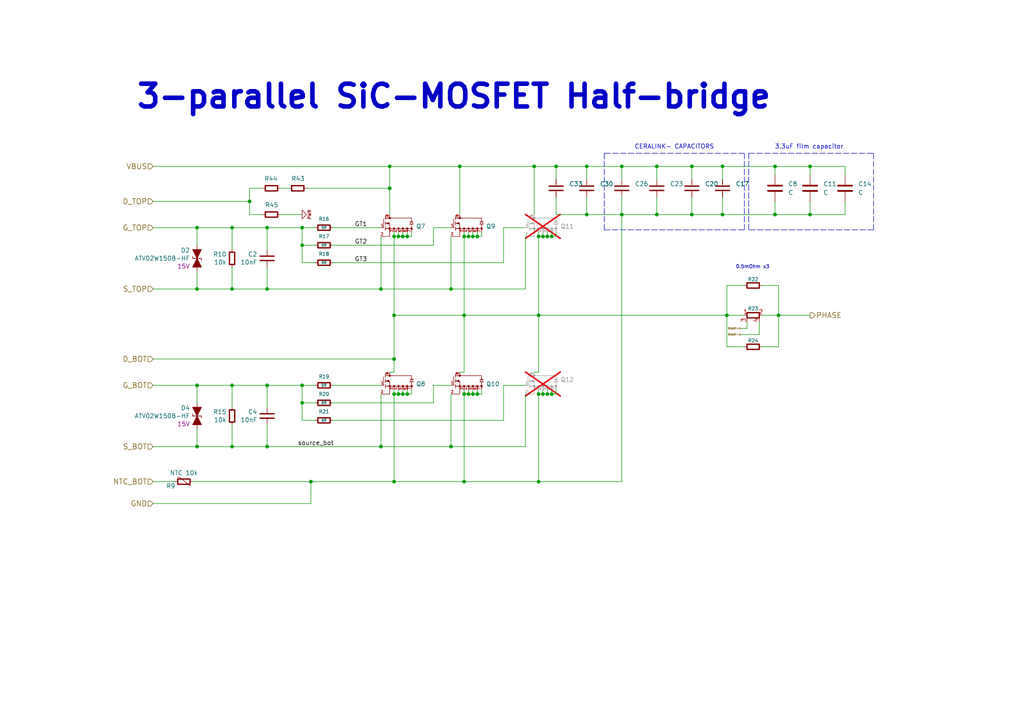
<source format=kicad_sch>
(kicad_sch (version 20231120) (generator "eeschema") (generator_version "8.0")
  (paper "A4")
  (lib_symbols
    (symbol "Device:C" (pin_numbers hide) (pin_names (offset 0.254))
      (property "Reference" "C" (at 0.635 2.54 0))
      (property "Value" "C" (at 0.635 -2.54 0))
      (symbol "C_0_1"
        (polyline (pts (xy -2.032 -0.762) (xy 2.032 -0.762)) (stroke (width 0.508)))
        (polyline (pts (xy -2.032 0.762) (xy 2.032 0.762)) (stroke (width 0.508)))
      )
      (symbol "C_1_1"
        (pin passive line (at 0 3.81 270) (length 2.794) (name "~") (number "1"))
        (pin passive line (at 0 -3.81 90) (length 2.794) (name "~") (number "2"))
      )
    )
    (symbol "SiC_ONSEMI:NTB6014N120M3P"
      (property "Reference" "Q" (at 0.254 4.064 0))
      (property "Value" "NTBG014N120M3P" (at 1.524 -9.906 0))
      (symbol "NTB6014N120M3P_0_0"
        (polyline (pts (xy -3.048 1.27) (xy -3.048 -1.27)))
        (polyline (pts (xy -2.54 -1.524) (xy -1.27 -1.524)))
        (polyline (pts (xy -2.54 -1.016) (xy -2.54 -2.032)))
        (polyline (pts (xy -2.54 -0.508) (xy -2.54 0.508)))
        (polyline (pts (xy -2.54 1.016) (xy -2.54 2.032)))
        (polyline (pts (xy -2.54 1.524) (xy -1.27 1.524) (xy -1.27 2.032)))
        (polyline (pts (xy -1.27 -2.032) (xy -1.27 0) (xy -2.54 0)))
        (polyline (pts (xy -2.286 0) (xy -1.524 -0.254) (xy -1.524 0) (xy -1.524 0.254) (xy -2.286 0)) (fill (type outline)))
        (text "" (at 5.08 -1.27 0) (effects (font (size 1.27 1.27))))
      )
      (symbol "NTB6014N120M3P_0_1"
        (circle (center -1.27 -1.524) (radius 0.254) (fill (type outline)))
        (circle (center -1.27 1.524) (radius 0.254) (fill (type outline)))
        (circle (center 0 -1.524) (radius 0.254) (fill (type outline)))
        (polyline (pts (xy -2.54 -1.524) (xy -1.27 -1.524)))
        (polyline (pts (xy -1.27 1.524) (xy -1.27 1.524)))
        (polyline (pts (xy 0 -1.905) (xy 0 -1.524)))
        (polyline (pts (xy 0 1.524) (xy -1.27 1.524)))
        (polyline (pts (xy 2.54 -1.905) (xy 2.54 -1.524)))
        (polyline (pts (xy 3.81 -1.905) (xy 3.81 -1.524)))
        (polyline (pts (xy 3.81 -1.524) (xy 3.81 -1.524)))
        (polyline (pts (xy 4.572 0.508) (xy 5.588 0.508)) (stroke (width 0.1524)))
        (polyline (pts (xy 5.08 -2.032) (xy 5.08 -1.524)))
        (polyline (pts (xy 5.08 -1.524) (xy 3.81 -1.524)))
        (polyline (pts (xy 5.08 -0.254) (xy 5.08 -1.524)) (stroke (width 0.1524)))
        (polyline (pts (xy -3.175 -3.81) (xy -1.27 -3.81) (xy -1.27 -1.905)))
        (polyline (pts (xy -1.27 -1.524) (xy 3.81 -1.524) (xy 3.81 -2.286)))
        (polyline (pts (xy -1.27 2.032) (xy -1.27 1.524) (xy -2.54 1.524)))
        (polyline (pts (xy 0 1.524) (xy 5.08 1.524) (xy 5.08 0.508)) (stroke (width 0.1524)))
        (polyline (pts (xy 4.572 -0.254) (xy 5.588 -0.254) (xy 5.08 0.508) (xy 4.572 -0.254)) (stroke (width 0.1524)))
        (circle (center 1.27 -1.524) (radius 0.254) (fill (type outline)))
        (circle (center 2.54 -1.524) (radius 0.254) (fill (type outline)))
        (circle (center 3.81 -1.524) (radius 0.254) (fill (type outline)))
        (circle (center 5.08 -1.524) (radius 0.254) (fill (type outline)))
      )
      (symbol "NTB6014N120M3P_1_1"
        (pin passive line (at -3.81 -1.27 0) (length 0.762) (name "") (number "1"))
        (pin passive line (at -3.81 -3.81 0) (length 0.635) (name "") (number "2"))
        (pin passive line (at 0 -2.54 90) (length 0.635) (name "") (number "3"))
        (pin passive line (at 1.27 -2.54 90) (length 0.635) (name "") (number "4"))
        (pin passive line (at 2.54 -2.54 90) (length 0.635) (name "") (number "5"))
        (pin passive line (at 3.81 -2.54 90) (length 0.635) (name "") (number "6"))
        (pin passive line (at 5.08 -2.54 90) (length 0.635) (name "") (number "7"))
        (pin passive line (at -1.27 2.54 270) (length 0.635) (name "") (number "8"))
      )
    )
    (symbol "VISHAY_SHUNT:WSL3921L5000FEA"
      (property "Reference" "R" (at 0 0 0))
      (property "Value" "WSL3921L5000FEA" (at 0.254 0 0))
      (symbol "WSL3921L5000FEA_0_1"
        (rectangle (start -1.778 0.762) (end 1.778 -0.762) (stroke (width 0.381)))
      )
      (symbol "WSL3921L5000FEA_1_1"
        (pin passive line (at -2.54 0 0) (length 0.635) (name "~") (number "1"))
        (pin passive line (at 2.54 0 180) (length 0.635) (name "~") (number "2"))
        (pin input line (at -1.778 -2.032 90) (length 1.27) (name "~") (number "3"))
        (pin input line (at 1.778 -2.032 90) (length 1.27) (name "~") (number "4"))
      )
    )
    (symbol "_passive:R" (pin_numbers hide) (pin_names (offset 0))
      (property "Reference" "R" (at 2.54 1.27 0))
      (property "Value" "R" (at 2.54 -1.27 0))
      (symbol "R_0_1"
        (rectangle (start -0.762 1.778) (end 0.762 -1.778) (stroke (width 0.381)))
      )
      (symbol "R_1_1"
        (pin passive line (at 0 2.54 270) (length 0.635) (name "~") (number "1"))
        (pin passive line (at 0 -2.54 90) (length 0.635) (name "~") (number "2"))
      )
    )
    (symbol "device:D_TVS_ALT" (pin_numbers hide) (pin_names (offset 1.016) hide)
      (property "Reference" "D" (at 0 2.54 0))
      (property "Value" "device_D_TVS_ALT" (at 0 -2.54 0))
      (symbol "D_TVS_ALT_0_1"
        (polyline (pts (xy 1.27 0) (xy -1.27 0)))
        (polyline (pts (xy -2.54 -1.27) (xy 0 0) (xy -2.54 1.27) (xy -2.54 -1.27)) (stroke (width 0.2032)) (fill (type outline)))
        (polyline (pts (xy 0.508 1.27) (xy 0 1.27) (xy 0 -1.27) (xy -0.508 -1.27)) (stroke (width 0.2032)))
        (polyline (pts (xy 2.54 1.27) (xy 2.54 -1.27) (xy 0 0) (xy 2.54 1.27)) (stroke (width 0.2032)) (fill (type outline)))
      )
      (symbol "D_TVS_ALT_1_1"
        (pin passive line (at -3.81 0 0) (length 2.54) (name "A1") (number "1"))
        (pin passive line (at 3.81 0 180) (length 2.54) (name "A2") (number "2"))
      )
    )
    (symbol "pasv-cap:C-0603" (pin_numbers hide) (pin_names (offset 0))
      (property "Reference" "C" (at 7.62 1.27 0))
      (property "Value" "C-0603" (at 7.62 -1.27 0))
      (symbol "C-0603_0_1"
        (polyline (pts (xy -2.032 -0.635) (xy 2.032 -0.635)) (stroke (width 0.381)))
        (polyline (pts (xy -2.032 0.635) (xy 2.032 0.635)) (stroke (width 0.381)))
        (polyline (pts (xy 0 -1.27) (xy 0 -1.016)))
        (polyline (pts (xy 0 -0.635) (xy 0 -1.016)))
        (polyline (pts (xy 0 0.635) (xy 0 1.27)))
      )
      (symbol "C-0603_1_1"
        (pin passive line (at 0 2.54 270) (length 1.27) (name "~") (number "1"))
        (pin passive line (at 0 -2.54 90) (length 1.27) (name "~") (number "2"))
      )
    )
    (symbol "pasv-cap:C-2220" (pin_numbers hide) (pin_names (offset 0))
      (property "Reference" "C" (at 7.62 1.27 0))
      (property "Value" "C-2220" (at 7.62 -1.27 0))
      (symbol "C-2220_0_1"
        (polyline (pts (xy -2.032 -0.635) (xy 2.032 -0.635)) (stroke (width 0.381)))
        (polyline (pts (xy -2.032 0.635) (xy 2.032 0.635)) (stroke (width 0.381)))
        (polyline (pts (xy 0 -1.27) (xy 0 -1.016)))
        (polyline (pts (xy 0 -0.635) (xy 0 -1.016)))
        (polyline (pts (xy 0 0.635) (xy 0 1.27)))
      )
      (symbol "C-2220_1_1"
        (pin passive line (at 0 2.54 270) (length 1.27) (name "~") (number "1"))
        (pin passive line (at 0 -2.54 90) (length 1.27) (name "~") (number "2"))
      )
    )
    (symbol "pasv-res:R-0603" (pin_numbers hide) (pin_names (offset 0))
      (property "Reference" "R" (at 6.35 1.27 0))
      (property "Value" "R-0603" (at 6.35 -1.27 0))
      (symbol "R-0603_0_1"
        (rectangle (start -0.762 1.778) (end 0.762 -1.778) (stroke (width 0.381)))
        (polyline (pts (xy 0 -1.778) (xy 0 -2.032)))
        (polyline (pts (xy 0 1.778) (xy 0 1.905)))
      )
      (symbol "R-0603_1_1"
        (pin passive line (at 0 2.54 270) (length 0.635) (name "~") (number "1"))
        (pin passive line (at 0 -2.54 90) (length 0.635) (name "~") (number "2"))
      )
    )
    (symbol "pasv-res:R-1206" (pin_numbers hide) (pin_names (offset 0))
      (property "Reference" "R" (at 6.35 1.27 0))
      (property "Value" "R-1206" (at 6.35 -1.27 0))
      (symbol "R-1206_0_1"
        (rectangle (start -0.762 1.778) (end 0.762 -1.778) (stroke (width 0.381)))
        (polyline (pts (xy 0 -1.778) (xy 0 -2.032)))
        (polyline (pts (xy 0 1.778) (xy 0 1.905)))
      )
      (symbol "R-1206_1_1"
        (pin passive line (at 0 2.54 270) (length 0.635) (name "~") (number "1"))
        (pin passive line (at 0 -2.54 90) (length 0.635) (name "~") (number "2"))
      )
    )
    (symbol "pasv-res:THERM-0603" (pin_numbers hide) (pin_names (offset 0))
      (property "Reference" "RT" (at 6.35 1.27 0))
      (property "Value" "THERM-0603" (at 6.35 -1.27 0))
      (symbol "THERM-0603_0_1"
        (rectangle (start -0.762 1.778) (end 0.762 -1.778) (stroke (width 0.381)))
        (polyline (pts (xy 0 -1.778) (xy 0 -2.032)))
        (polyline (pts (xy 0 1.778) (xy 0 1.905)))
        (polyline (pts (xy 1.27 1.905) (xy 1.27 1.27) (xy -1.27 -1.905)))
      )
      (symbol "THERM-0603_1_1"
        (pin passive line (at 0 2.54 270) (length 0.635) (name "~") (number "1"))
        (pin passive line (at 0 -2.54 90) (length 0.635) (name "~") (number "2"))
      )
    )
    (symbol "power1:PWRGND" (power) (pin_names (offset 0))
      (symbol "PWRGND_0_0"
        (text "PWR" (at 0 -2.159 0) (effects (font (size 0.889 0.889))))
      )
      (symbol "PWRGND_0_1"
        (polyline (pts (xy -1.27 0) (xy 0 -1.27) (xy 1.27 0) (xy -1.27 0)))
      )
      (symbol "PWRGND_1_1"
        (pin power_in line (at 0 0 90) (length 0) hide (name "PWRGND") (number "1"))
      )
    )
  )
  (junction (at 115.57 68.58))
  (junction (at 138.43 114.3))
  (junction (at 209.55 48.26))
  (junction (at 170.18 62.23))
  (junction (at 133.35 48.26))
  (junction (at 135.89 68.58))
  (junction (at 156.21 91.44))
  (junction (at 113.03 48.26))
  (junction (at 114.3 114.3))
  (junction (at 134.62 139.7))
  (junction (at 114.3 68.58))
  (junction (at 156.21 68.58))
  (junction (at 224.79 48.26))
  (junction (at 134.62 91.44))
  (junction (at 138.43 68.58))
  (junction (at 67.31 129.54))
  (junction (at 135.89 114.3))
  (junction (at 157.48 114.3))
  (junction (at 77.47 66.04))
  (junction (at 160.02 114.3))
  (junction (at 57.15 66.04))
  (junction (at 90.17 139.7))
  (junction (at 118.11 114.3))
  (junction (at 134.62 114.3))
  (junction (at 77.47 111.76))
  (junction (at 158.75 114.3))
  (junction (at 130.81 129.54))
  (junction (at 67.31 111.76))
  (junction (at 200.66 62.23))
  (junction (at 113.03 54.61))
  (junction (at 156.21 114.3))
  (junction (at 87.63 71.12))
  (junction (at 57.15 129.54))
  (junction (at 57.15 111.76))
  (junction (at 87.63 111.76))
  (junction (at 87.63 66.04))
  (junction (at 224.79 62.23))
  (junction (at 210.82 91.44))
  (junction (at 234.95 62.23))
  (junction (at 170.18 48.26))
  (junction (at 118.11 68.58))
  (junction (at 190.5 62.23))
  (junction (at 114.3 104.14))
  (junction (at 156.21 139.7))
  (junction (at 130.81 83.82))
  (junction (at 180.34 62.23))
  (junction (at 72.39 58.42))
  (junction (at 114.3 91.44))
  (junction (at 77.47 83.82))
  (junction (at 137.16 68.58))
  (junction (at 200.66 48.26))
  (junction (at 57.15 83.82))
  (junction (at 137.16 114.3))
  (junction (at 161.29 48.26))
  (junction (at 114.3 139.7))
  (junction (at 225.806 91.44))
  (junction (at 154.94 48.26))
  (junction (at 190.5 48.26))
  (junction (at 234.95 48.26))
  (junction (at 160.02 68.58))
  (junction (at 110.49 129.54))
  (junction (at 67.31 66.04))
  (junction (at 87.63 116.84))
  (junction (at 158.75 68.58))
  (junction (at 209.55 62.23))
  (junction (at 67.31 83.82))
  (junction (at 110.49 83.82))
  (junction (at 134.62 68.58))
  (junction (at 157.48 68.58))
  (junction (at 116.84 68.58))
  (junction (at 115.57 114.3))
  (junction (at 180.34 48.26))
  (junction (at 77.47 129.54))
  (junction (at 116.84 114.3))
  (wire (pts (xy 156.21 91.44) (xy 210.82 91.44)))
  (wire (pts (xy 110.49 68.58) (xy 110.49 83.82)))
  (wire (pts (xy 134.62 107.95) (xy 133.35 107.95)))
  (wire (pts (xy 146.05 111.76) (xy 152.4 111.76)))
  (wire (pts (xy 130.81 129.54) (xy 130.81 114.3)))
  (wire (pts (xy 67.31 129.54) (xy 77.47 129.54)))
  (wire (pts (xy 152.4 83.82) (xy 152.4 68.58)))
  (wire (pts (xy 157.48 68.58) (xy 158.75 68.58)))
  (wire (pts (xy 118.11 114.3) (xy 119.38 114.3)))
  (wire (pts (xy 114.3 67.31) (xy 114.3 68.58)))
  (wire (pts (xy 134.62 139.7) (xy 134.62 114.3)))
  (wire (pts (xy 130.81 83.82) (xy 152.4 83.82)))
  (wire (pts (xy 77.47 129.54) (xy 110.49 129.54)))
  (polyline (pts (xy 215.9 44.45) (xy 175.26 44.45)) (stroke (width 0) (type dash)))
  (wire (pts (xy 110.49 129.54) (xy 130.81 129.54)))
  (wire (pts (xy 156.21 139.7) (xy 156.21 114.3)))
  (wire (pts (xy 81.28 54.61) (xy 83.82 54.61)))
  (wire (pts (xy 67.31 83.82) (xy 77.47 83.82)))
  (wire (pts (xy 44.45 146.05) (xy 90.17 146.05)))
  (wire (pts (xy 137.16 114.3) (xy 138.43 114.3)))
  (wire (pts (xy 138.43 68.58) (xy 139.7 68.58)))
  (wire (pts (xy 161.29 62.23) (xy 170.18 62.23)))
  (wire (pts (xy 88.9 54.61) (xy 113.03 54.61)))
  (polyline (pts (xy 253.365 44.45) (xy 253.365 66.675)) (stroke (width 0) (type dash)))
  (wire (pts (xy 134.62 68.58) (xy 134.62 91.44)))
  (wire (pts (xy 170.18 62.23) (xy 180.34 62.23)))
  (wire (pts (xy 67.31 123.19) (xy 67.31 129.54)))
  (wire (pts (xy 44.45 66.04) (xy 57.15 66.04)))
  (wire (pts (xy 180.34 62.23) (xy 190.5 62.23)))
  (wire (pts (xy 158.75 113.03) (xy 158.75 114.3)))
  (wire (pts (xy 57.15 129.54) (xy 67.31 129.54)))
  (wire (pts (xy 209.55 48.26) (xy 209.55 52.07)))
  (wire (pts (xy 234.95 48.26) (xy 245.11 48.26)))
  (wire (pts (xy 134.62 68.58) (xy 135.89 68.58)))
  (wire (pts (xy 77.47 123.19) (xy 77.47 129.54)))
  (wire (pts (xy 57.15 124.46) (xy 57.15 129.54)))
  (wire (pts (xy 156.21 67.31) (xy 156.21 68.58)))
  (wire (pts (xy 114.3 114.3) (xy 114.3 139.7)))
  (wire (pts (xy 57.15 111.76) (xy 67.31 111.76)))
  (wire (pts (xy 113.03 54.61) (xy 113.03 62.23)))
  (polyline (pts (xy 253.365 66.675) (xy 217.17 66.675)) (stroke (width 0) (type dash)))
  (wire (pts (xy 210.82 91.44) (xy 210.82 100.584)))
  (wire (pts (xy 134.62 67.31) (xy 134.62 68.58)))
  (wire (pts (xy 91.44 116.84) (xy 87.63 116.84)))
  (wire (pts (xy 137.16 113.03) (xy 137.16 114.3)))
  (wire (pts (xy 161.29 68.58) (xy 161.29 67.31)))
  (wire (pts (xy 209.55 57.15) (xy 209.55 62.23)))
  (wire (pts (xy 245.11 48.26) (xy 245.11 50.8)))
  (wire (pts (xy 135.89 68.58) (xy 135.89 67.31)))
  (wire (pts (xy 87.63 71.12) (xy 87.63 66.04)))
  (wire (pts (xy 209.55 62.23) (xy 224.79 62.23)))
  (wire (pts (xy 135.89 68.58) (xy 137.16 68.58)))
  (wire (pts (xy 44.45 104.14) (xy 114.3 104.14)))
  (wire (pts (xy 115.57 114.3) (xy 116.84 114.3)))
  (polyline (pts (xy 217.17 44.45) (xy 217.17 66.675)) (stroke (width 0) (type dash)))
  (wire (pts (xy 137.16 68.58) (xy 138.43 68.58)))
  (wire (pts (xy 44.45 48.26) (xy 113.03 48.26)))
  (wire (pts (xy 114.3 68.58) (xy 114.3 91.44)))
  (wire (pts (xy 87.63 76.2) (xy 87.63 71.12)))
  (wire (pts (xy 157.48 67.31) (xy 157.48 68.58)))
  (wire (pts (xy 77.47 111.76) (xy 87.63 111.76)))
  (wire (pts (xy 67.31 111.76) (xy 67.31 118.11)))
  (wire (pts (xy 139.7 114.3) (xy 139.7 113.03)))
  (wire (pts (xy 118.11 113.03) (xy 118.11 114.3)))
  (wire (pts (xy 180.34 62.23) (xy 180.34 139.7)))
  (wire (pts (xy 114.3 113.03) (xy 114.3 114.3)))
  (wire (pts (xy 157.48 113.03) (xy 157.48 114.3)))
  (wire (pts (xy 190.5 57.15) (xy 190.5 62.23)))
  (wire (pts (xy 200.66 48.26) (xy 200.66 52.07)))
  (wire (pts (xy 234.95 48.26) (xy 234.95 50.8)))
  (wire (pts (xy 72.39 54.61) (xy 76.2 54.61)))
  (wire (pts (xy 234.95 62.23) (xy 245.11 62.23)))
  (wire (pts (xy 115.57 68.58) (xy 115.57 67.31)))
  (wire (pts (xy 119.38 114.3) (xy 119.38 113.03)))
  (wire (pts (xy 200.66 62.23) (xy 209.55 62.23)))
  (wire (pts (xy 209.55 48.26) (xy 224.79 48.26)))
  (wire (pts (xy 139.7 68.58) (xy 139.7 67.31)))
  (wire (pts (xy 125.73 71.12) (xy 125.73 66.04)))
  (wire (pts (xy 216.662 95.25) (xy 216.662 93.472)))
  (wire (pts (xy 160.02 114.3) (xy 161.29 114.3)))
  (wire (pts (xy 156.21 91.44) (xy 156.21 107.95)))
  (wire (pts (xy 134.62 114.3) (xy 135.89 114.3)))
  (wire (pts (xy 91.44 76.2) (xy 87.63 76.2)))
  (wire (pts (xy 161.29 48.26) (xy 161.29 52.07)))
  (wire (pts (xy 214.884 97.028) (xy 220.218 97.028)))
  (wire (pts (xy 87.63 116.84) (xy 87.63 111.76)))
  (wire (pts (xy 158.75 68.58) (xy 160.02 68.58)))
  (wire (pts (xy 156.21 113.03) (xy 156.21 114.3)))
  (wire (pts (xy 57.15 111.76) (xy 57.15 116.84)))
  (wire (pts (xy 72.39 58.42) (xy 72.39 62.23)))
  (wire (pts (xy 90.17 146.05) (xy 90.17 139.7)))
  (wire (pts (xy 96.52 121.92) (xy 146.05 121.92)))
  (wire (pts (xy 114.3 139.7) (xy 134.62 139.7)))
  (wire (pts (xy 156.21 68.58) (xy 156.21 91.44)))
  (wire (pts (xy 220.98 82.804) (xy 225.806 82.804)))
  (wire (pts (xy 225.806 91.44) (xy 234.95 91.44)))
  (wire (pts (xy 96.52 71.12) (xy 125.73 71.12)))
  (wire (pts (xy 220.98 100.584) (xy 225.806 100.584)))
  (wire (pts (xy 91.44 121.92) (xy 87.63 121.92)))
  (wire (pts (xy 114.3 91.44) (xy 114.3 104.14)))
  (wire (pts (xy 138.43 113.03) (xy 138.43 114.3)))
  (wire (pts (xy 146.05 76.2) (xy 146.05 66.04)))
  (wire (pts (xy 110.49 83.82) (xy 130.81 83.82)))
  (wire (pts (xy 114.3 91.44) (xy 134.62 91.44)))
  (wire (pts (xy 96.52 116.84) (xy 125.73 116.84)))
  (wire (pts (xy 224.79 48.26) (xy 224.79 50.8)))
  (wire (pts (xy 245.11 62.23) (xy 245.11 58.42)))
  (wire (pts (xy 161.29 48.26) (xy 170.18 48.26)))
  (wire (pts (xy 96.52 66.04) (xy 110.49 66.04)))
  (wire (pts (xy 156.21 68.58) (xy 157.48 68.58)))
  (wire (pts (xy 44.45 139.7) (xy 50.8 139.7)))
  (wire (pts (xy 134.62 113.03) (xy 134.62 114.3)))
  (wire (pts (xy 119.38 68.58) (xy 119.38 67.31)))
  (polyline (pts (xy 175.26 44.45) (xy 175.26 66.675)) (stroke (width 0) (type dash)))
  (wire (pts (xy 57.15 83.82) (xy 67.31 83.82)))
  (wire (pts (xy 133.35 62.23) (xy 133.35 48.26)))
  (wire (pts (xy 96.52 76.2) (xy 146.05 76.2)))
  (wire (pts (xy 234.95 62.23) (xy 234.95 58.42)))
  (wire (pts (xy 44.45 129.54) (xy 57.15 129.54)))
  (wire (pts (xy 158.75 67.31) (xy 158.75 68.58)))
  (wire (pts (xy 90.17 139.7) (xy 114.3 139.7)))
  (wire (pts (xy 67.31 77.47) (xy 67.31 83.82)))
  (wire (pts (xy 57.15 66.04) (xy 67.31 66.04)))
  (wire (pts (xy 225.806 82.804) (xy 225.806 91.44)))
  (wire (pts (xy 118.11 68.58) (xy 119.38 68.58)))
  (wire (pts (xy 190.5 48.26) (xy 200.66 48.26)))
  (wire (pts (xy 156.21 139.7) (xy 180.34 139.7)))
  (wire (pts (xy 77.47 66.04) (xy 77.47 72.39)))
  (wire (pts (xy 116.84 68.58) (xy 116.84 67.31)))
  (wire (pts (xy 118.11 68.58) (xy 118.11 67.31)))
  (wire (pts (xy 138.43 114.3) (xy 139.7 114.3)))
  (wire (pts (xy 55.88 139.7) (xy 90.17 139.7)))
  (wire (pts (xy 138.43 67.31) (xy 138.43 68.58)))
  (wire (pts (xy 154.94 107.95) (xy 156.21 107.95)))
  (wire (pts (xy 114.3 107.95) (xy 113.03 107.95)))
  (wire (pts (xy 146.05 121.92) (xy 146.05 111.76)))
  (wire (pts (xy 134.62 91.44) (xy 156.21 91.44)))
  (wire (pts (xy 160.02 68.58) (xy 161.29 68.58)))
  (wire (pts (xy 170.18 48.26) (xy 180.34 48.26)))
  (wire (pts (xy 81.28 62.23) (xy 87.63 62.23)))
  (wire (pts (xy 170.18 57.15) (xy 170.18 62.23)))
  (wire (pts (xy 57.15 66.04) (xy 57.15 71.12)))
  (wire (pts (xy 130.81 83.82) (xy 130.81 68.58)))
  (wire (pts (xy 72.39 62.23) (xy 76.2 62.23)))
  (wire (pts (xy 91.44 71.12) (xy 87.63 71.12)))
  (polyline (pts (xy 217.17 44.45) (xy 253.365 44.45)) (stroke (width 0) (type dash)))
  (wire (pts (xy 134.62 139.7) (xy 156.21 139.7)))
  (wire (pts (xy 72.39 54.61) (xy 72.39 58.42)))
  (wire (pts (xy 152.4 129.54) (xy 152.4 114.3)))
  (wire (pts (xy 87.63 111.76) (xy 91.44 111.76)))
  (wire (pts (xy 224.79 58.42) (xy 224.79 62.23)))
  (wire (pts (xy 116.84 114.3) (xy 118.11 114.3)))
  (wire (pts (xy 210.82 82.804) (xy 210.82 91.44)))
  (wire (pts (xy 116.84 68.58) (xy 118.11 68.58)))
  (polyline (pts (xy 215.9 44.45) (xy 215.9 66.675)) (stroke (width 0) (type dash)))
  (wire (pts (xy 77.47 77.47) (xy 77.47 83.82)))
  (wire (pts (xy 137.16 67.31) (xy 137.16 68.58)))
  (wire (pts (xy 77.47 83.82) (xy 110.49 83.82)))
  (wire (pts (xy 156.21 114.3) (xy 157.48 114.3)))
  (wire (pts (xy 115.57 68.58) (xy 116.84 68.58)))
  (wire (pts (xy 158.75 114.3) (xy 160.02 114.3)))
  (wire (pts (xy 114.3 114.3) (xy 115.57 114.3)))
  (wire (pts (xy 200.66 48.26) (xy 209.55 48.26)))
  (wire (pts (xy 161.29 57.15) (xy 161.29 62.23)))
  (wire (pts (xy 180.34 57.15) (xy 180.34 62.23)))
  (wire (pts (xy 67.31 111.76) (xy 77.47 111.76)))
  (wire (pts (xy 134.62 91.44) (xy 134.62 107.95)))
  (wire (pts (xy 125.73 111.76) (xy 130.81 111.76)))
  (wire (pts (xy 180.34 48.26) (xy 180.34 52.07)))
  (wire (pts (xy 87.63 66.04) (xy 91.44 66.04)))
  (wire (pts (xy 160.02 113.03) (xy 160.02 114.3)))
  (wire (pts (xy 190.5 48.26) (xy 190.5 52.07)))
  (wire (pts (xy 180.34 48.26) (xy 190.5 48.26)))
  (wire (pts (xy 96.52 111.76) (xy 110.49 111.76)))
  (wire (pts (xy 210.82 100.584) (xy 215.9 100.584)))
  (wire (pts (xy 190.5 62.23) (xy 200.66 62.23)))
  (wire (pts (xy 224.79 48.26) (xy 234.95 48.26)))
  (wire (pts (xy 115.57 113.03) (xy 115.57 114.3)))
  (wire (pts (xy 160.02 67.31) (xy 160.02 68.58)))
  (wire (pts (xy 44.45 83.82) (xy 57.15 83.82)))
  (wire (pts (xy 154.94 48.26) (xy 161.29 48.26)))
  (wire (pts (xy 113.03 48.26) (xy 113.03 54.61)))
  (wire (pts (xy 77.47 66.04) (xy 87.63 66.04)))
  (wire (pts (xy 114.3 104.14) (xy 114.3 107.95)))
  (wire (pts (xy 44.45 111.76) (xy 57.15 111.76)))
  (wire (pts (xy 220.98 91.44) (xy 225.806 91.44)))
  (wire (pts (xy 87.63 121.92) (xy 87.63 116.84)))
  (wire (pts (xy 125.73 66.04) (xy 130.81 66.04)))
  (wire (pts (xy 157.48 114.3) (xy 158.75 114.3)))
  (wire (pts (xy 125.73 116.84) (xy 125.73 111.76)))
  (wire (pts (xy 146.05 66.04) (xy 152.4 66.04)))
  (wire (pts (xy 135.89 114.3) (xy 137.16 114.3)))
  (wire (pts (xy 220.218 97.028) (xy 220.218 93.472)))
  (wire (pts (xy 214.884 95.25) (xy 216.662 95.25)))
  (wire (pts (xy 154.94 48.26) (xy 154.94 62.23)))
  (wire (pts (xy 130.81 129.54) (xy 152.4 129.54)))
  (wire (pts (xy 210.82 91.44) (xy 215.9 91.44)))
  (wire (pts (xy 225.806 100.584) (xy 225.806 91.44)))
  (wire (pts (xy 133.35 48.26) (xy 113.03 48.26)))
  (wire (pts (xy 224.79 62.23) (xy 234.95 62.23)))
  (wire (pts (xy 67.31 66.04) (xy 77.47 66.04)))
  (wire (pts (xy 116.84 113.03) (xy 116.84 114.3)))
  (wire (pts (xy 110.49 114.3) (xy 110.49 129.54)))
  (polyline (pts (xy 175.26 66.675) (xy 215.9 66.675)) (stroke (width 0) (type dash)))
  (wire (pts (xy 77.47 111.76) (xy 77.47 118.11)))
  (wire (pts (xy 114.3 68.58) (xy 115.57 68.58)))
  (wire (pts (xy 44.45 58.42) (xy 72.39 58.42)))
  (wire (pts (xy 210.82 82.804) (xy 215.9 82.804)))
  (wire (pts (xy 57.15 78.74) (xy 57.15 83.82)))
  (wire (pts (xy 200.66 57.15) (xy 200.66 62.23)))
  (wire (pts (xy 133.35 48.26) (xy 154.94 48.26)))
  (wire (pts (xy 161.29 114.3) (xy 161.29 113.03)))
  (wire (pts (xy 135.89 113.03) (xy 135.89 114.3)))
  (wire (pts (xy 67.31 66.04) (xy 67.31 72.39)))
  (wire (pts (xy 170.18 48.26) (xy 170.18 52.07)))
  (text "3-parallel SiC-MOSFET Half-bridge" (at 39.116 32.004 0) (effects (font (size 6.604 6.604) (thickness 1.3208) (bold yes)) (justify left bottom)))
  (text "3.3uF film capacitor\n" (at 234.696 42.672 0) (effects (font (size 1.27 1.27))))
  (text "CERALINK- CAPACITORS\n" (at 195.58 42.672 0) (effects (font (size 1.27 1.27))))
  (text "0.5mOhm x3\n" (at 213.36 78.105 0) (effects (font (size 1.016 1.016)) (justify left bottom)))
  (label "source_bot" (at 86.36 129.54 0))
  (label "GT3" (at 102.87 76.2 0))
  (label "GT1" (at 102.87 66.04 0))
  (label "GT2" (at 102.87 71.12 0))
  (hierarchical_label "G_BOT" (shape input) (at 44.45 111.76 180) (effects (font (size 1.524 1.524))))
  (hierarchical_label "NTC_BOT" (shape input) (at 44.45 139.7 180) (effects (font (size 1.524 1.524))))
  (hierarchical_label "D_BOT" (shape input) (at 44.45 104.14 180) (effects (font (size 1.524 1.524))))
  (hierarchical_label "G_TOP" (shape input) (at 44.45 66.04 180) (effects (font (size 1.524 1.524))))
  (hierarchical_label "SHUNT+" (shape input) (at 214.884 95.25 180) (effects (font (size 0.5 0.5))))
  (hierarchical_label "D_TOP" (shape input) (at 44.45 58.42 180) (effects (font (size 1.524 1.524))))
  (hierarchical_label "S_BOT" (shape input) (at 44.45 129.54 180) (effects (font (size 1.524 1.524))))
  (hierarchical_label "GND" (shape input) (at 44.45 146.05 180) (effects (font (size 1.524 1.524))))
  (hierarchical_label "S_TOP" (shape input) (at 44.45 83.82 180) (effects (font (size 1.524 1.524))))
  (hierarchical_label "PHASE" (shape output) (at 234.95 91.44 0) (effects (font (size 1.524 1.524))))
  (hierarchical_label "VBUS" (shape input) (at 44.45 48.26 180) (effects (font (size 1.524 1.524))))
  (hierarchical_label "SHUNT-" (shape input) (at 214.884 97.028 180) (effects (font (size 0.5 0.5))))
  (symbol (lib_id "pasv-res:R-1206") (at 86.36 54.61 90) (unit 1)
    (property "Reference" "R43" (at 88.392 51.816 90) (effects (justify left)))
    (property "Value" "R-1206" (effects (hide yes)))
    (property "Footprint" "IPC7351-Nominal:RESC3216X60" (effects (hide yes)))
    (property "Description" "Chip resistor, EIA 1206, metric 3216" (effects (hide yes)))
    (property "BOM" "RES SMD 1k 5% [1206]" (effects (hide yes)))
    (instances (project "Sic_power_stage" (path "" (reference "R43") (unit 1)) (path "" (reference "R37") (unit 1)) (path "" (reference "R49") (unit 1))))
  )
  (symbol (lib_id "_passive:R") (at 218.44 100.584 90) (unit 1)
    (property "Reference" "R24" (at 218.44 98.806 90) (effects (font (size 1.016 1.016))))
    (property "Value" "500UOhm" (effects (hide yes)))
    (property "Footprint" "paltatech:VISHAY-WSL3921L5000FEA" (effects (hide yes)))
    (property "BOM" "RES SMD 0.5mOhm 1% [2512]" (effects (hide yes)))
    (property "MFR" "Vishay" (effects (hide yes)))
    (property "MPN" "WSLP3921L5000FEA" (effects (hide yes)))
    (property "Power" "9W" (effects (hide yes)))
    (instances (project "Sic_power_stage" (path "" (reference "R24") (unit 1)) (path "" (reference "R8") (unit 1)) (path "" (reference "R36") (unit 1))))
  )
  (symbol (lib_id "Device:C") (at 224.79 54.61 0) (unit 1)
    (property "Reference" "C8" (at 228.6 53.3399 0) (effects (justify left)))
    (property "Value" "C" (at 228.6 55.8799 0) (effects (justify left)))
    (property "Footprint" "Capacitor_THT:C_Rect_L18.0mm_W9.0mm_P15.00mm_FKS3_FKP3" (effects (hide yes)))
    (property "Description" "Unpolarized capacitor" (effects (hide yes)))
    (instances (project "" (path "" (reference "C8") (unit 1)) (path "" (reference "C7") (unit 1)) (path "" (reference "C9") (unit 1))))
  )
  (symbol (lib_id "pasv-res:THERM-0603") (at 53.34 139.7 90) (unit 1)
    (property "Reference" "R9" (at 49.53 140.97 90))
    (property "Value" "NTC 10k" (at 53.34 137.16 90))
    (property "Footprint" "IPC7351-Nominal:RESC1608X50" (effects (hide yes)))
    (property "MPN" "NCU18XH103F60RB" (effects (hide yes)))
    (property "BOM" "NTC SMD 10k 1% [0603]" (effects (hide yes)))
    (property "MFR" "Murata" (effects (hide yes)))
    (instances (project "Sic_power_stage" (path "" (reference "R9") (unit 1)) (path "" (reference "R5") (unit 1)) (path "" (reference "R25") (unit 1))))
  )
  (symbol (lib_id "pasv-cap:C-2220") (at 209.55 54.61 0) (unit 1)
    (property "Reference" "C17" (at 213.36 53.3399 0) (effects (justify left)))
    (property "Value" "C-2220" (effects (hide yes)))
    (property "Footprint" "IPC7351-Nominal:CAPC5750X279" (effects (hide yes)))
    (property "Description" "Chip capacitor, EIA 2220, metric 5750" (effects (hide yes)))
    (instances (project "" (path "" (reference "C17") (unit 1)) (path "" (reference "C16") (unit 1)) (path "" (reference "C18") (unit 1))))
  )
  (symbol (lib_id "pasv-res:R-1206") (at 78.74 54.61 90) (unit 1)
    (property "Reference" "R44" (at 80.518 51.816 90) (effects (justify left)))
    (property "Value" "R-1206" (effects (hide yes)))
    (property "Footprint" "IPC7351-Nominal:RESC3216X60" (effects (hide yes)))
    (property "Description" "Chip resistor, EIA 1206, metric 3216" (effects (hide yes)))
    (property "BOM" "RES SMD 1k 5% [1206]" (effects (hide yes)))
    (instances (project "Sic_power_stage" (path "" (reference "R44") (unit 1)) (path "" (reference "R38") (unit 1)) (path "" (reference "R50") (unit 1))))
  )
  (symbol (lib_id "device:D_TVS_ALT") (at 57.15 120.65 270) (unit 1)
    (property "Reference" "D4" (at 55.118 118.3386 90) (effects (justify right)))
    (property "Value" "ATV02W150B-HF" (at 55.118 120.65 90) (effects (justify right)))
    (property "Footprint" "smd-semi:SOD-123F" (effects (hide yes)))
    (property "MPN" "ATV02W150B-HF" (effects (hide yes)))
    (property "MFR" "Comchip" (effects (hide yes)))
    (property "Voltage" "15V" (at 55.118 122.9614 90) (effects (justify right)))
    (property "BOM" "TVS DIODE 15VWM 24.4VC SOD123F" (effects (hide yes)))
    (instances (project "Sic_power_stage" (path "" (reference "D4") (unit 1)) (path "" (reference "D3") (unit 1)) (path "" (reference "D6") (unit 1))))
  )
  (symbol (lib_id "pasv-res:R-0603") (at 93.98 71.12 90) (mirror x) (unit 1)
    (property "Reference" "R17" (at 93.98 68.58 90) (effects (font (size 1.016 1.016))))
    (property "Value" "0R" (at 93.98 71.12 90) (effects (font (size 0.762 0.762))))
    (property "Footprint" "IPC7351-Nominal:RESC1608X50" (effects (hide yes)))
    (property "MFR" "Stackpole" (effects (hide yes)))
    (property "MPN" "RMCF0603ZT0R00" (effects (hide yes)))
    (property "BOM" "RES 0 OHM JUMPER 1/10W 0603" (effects (hide yes)))
    (property "Power" "100mW" (effects (hide yes)))
    (instances (project "Sic_power_stage" (path "" (reference "R17") (unit 1)) (path "" (reference "R2") (unit 1)) (path "" (reference "R29") (unit 1))))
  )
  (symbol (lib_id "pasv-cap:C-2220") (at 170.18 54.61 0) (unit 1)
    (property "Reference" "C29" (at 173.99 53.3399 0) (effects (justify left)))
    (property "Value" "C-2220" (effects (hide yes)))
    (property "Footprint" "IPC7351-Nominal:CAPC5750X279" (effects (hide yes)))
    (property "Description" "Chip capacitor, EIA 2220, metric 5750" (effects (hide yes)))
    (instances (project "Sic_power_stage" (path "" (reference "C30") (unit 1)) (path "" (reference "C29") (unit 1)) (path "" (reference "C31") (unit 1))))
  )
  (symbol (lib_id "pasv-res:R-0603") (at 93.98 116.84 90) (mirror x) (unit 1)
    (property "Reference" "R20" (at 93.98 114.3 90) (effects (font (size 1.016 1.016))))
    (property "Value" "0R" (at 93.98 116.84 90) (effects (font (size 0.762 0.762))))
    (property "Footprint" "IPC7351-Nominal:RESC1608X50" (effects (hide yes)))
    (property "MFR" "Stackpole" (effects (hide yes)))
    (property "MPN" "RMCF0603ZT0R00" (effects (hide yes)))
    (property "BOM" "RES 0 OHM JUMPER 1/10W 0603" (effects (hide yes)))
    (property "Power" "100mW" (effects (hide yes)))
    (instances (project "Sic_power_stage" (path "" (reference "R20") (unit 1)) (path "" (reference "R13") (unit 1)) (path "" (reference "R32") (unit 1))))
  )
  (symbol (lib_id "SiC_ONSEMI:NTB6014N120M3P") (at 114.3 110.49 0) (unit 1)
    (property "Reference" "Q8" (at 120.65 111.3789 0) (effects (justify left)))
    (property "Value" "NTBG014N120M3P" (effects (hide yes)))
    (property "Footprint" "SiC_ONSEMI:D2PAK-7L" (effects (hide yes)))
    (instances (project "Sic_power_stage" (path "" (reference "Q8") (unit 1)) (path "" (reference "Q2") (unit 1)) (path "" (reference "Q14") (unit 1))))
  )
  (symbol (lib_id "pasv-res:R-0603") (at 93.98 66.04 90) (mirror x) (unit 1)
    (property "Reference" "R16" (at 93.98 63.5 90) (effects (font (size 1.016 1.016))))
    (property "Value" "0R" (at 93.98 66.04 90) (effects (font (size 0.762 0.762))))
    (property "Footprint" "IPC7351-Nominal:RESC1608X50" (effects (hide yes)))
    (property "MFR" "Stackpole" (effects (hide yes)))
    (property "MPN" "RMCF0603ZT0R00" (effects (hide yes)))
    (property "BOM" "RES 0 OHM JUMPER 1/10W 0603" (effects (hide yes)))
    (property "Power" "100mW" (effects (hide yes)))
    (instances (project "Sic_power_stage" (path "" (reference "R16") (unit 1)) (path "" (reference "R1") (unit 1)) (path "" (reference "R28") (unit 1))))
  )
  (symbol (lib_id "pasv-res:R-1206") (at 78.74 62.23 90) (unit 1)
    (property "Reference" "R45" (at 80.772 59.436 90) (effects (justify left)))
    (property "Value" "R-1206" (effects (hide yes)))
    (property "Footprint" "IPC7351-Nominal:RESC3216X60" (effects (hide yes)))
    (property "Description" "Chip resistor, EIA 1206, metric 3216" (effects (hide yes)))
    (property "BOM" "RES SMD 1k 5% [1206]" (effects (hide yes)))
    (instances (project "Sic_power_stage" (path "" (reference "R45") (unit 1)) (path "" (reference "R39") (unit 1)) (path "" (reference "R51") (unit 1))))
  )
  (symbol (lib_id "pasv-cap:C-2220") (at 180.34 54.61 0) (unit 1)
    (property "Reference" "C26" (at 184.15 53.3399 0) (effects (justify left)))
    (property "Value" "C-2220" (effects (hide yes)))
    (property "Footprint" "IPC7351-Nominal:CAPC5750X279" (effects (hide yes)))
    (property "Description" "Chip capacitor, EIA 2220, metric 5750" (effects (hide yes)))
    (instances (project "Sic_power_stage" (path "" (reference "C26") (unit 1)) (path "" (reference "C25") (unit 1)) (path "" (reference "C27") (unit 1))))
  )
  (symbol (lib_id "power1:PWRGND") (at 87.63 62.23 90) (mirror x) (unit 1)
    (property "Reference" "#PWR019" (effects (hide yes)))
    (property "Value" "PWRGND" (effects (hide yes)))
    (instances (project "Sic_power_stage" (path "" (reference "#PWR019") (unit 1)) (path "" (reference "#PWR018") (unit 1)) (path "" (reference "#PWR020") (unit 1))))
  )
  (symbol (lib_id "VISHAY_SHUNT:WSL3921L5000FEA") (at 218.44 91.44 0) (unit 1)
    (property "Reference" "R23" (at 218.44 89.5099 0) (effects (font (size 1 1))))
    (property "Value" "500UOhm" (effects (hide yes)))
    (property "Footprint" "VISHAY:WSL3921L5000FEA" (effects (hide yes)))
    (property "BOM" "RES SMD 0.5mOhm 1% [2512]" (effects (hide yes)))
    (property "MFR" "Vishay" (effects (hide yes)))
    (property "MPN" "WSLP3921L5000FEA" (effects (hide yes)))
    (property "Power" "9W" (effects (hide yes)))
    (instances (project "Sic_power_stage" (path "" (reference "R23") (unit 1)) (path "" (reference "R7") (unit 1)) (path "" (reference "R35") (unit 1))))
  )
  (symbol (lib_id "pasv-cap:C-0603") (at 77.47 120.65 0) (unit 1)
    (property "Reference" "C4" (at 74.6252 119.4816 0) (effects (justify right)))
    (property "Value" "10nF" (at 74.6252 121.793 0) (effects (justify right)))
    (property "Footprint" "IPC7351-Nominal:CAPC1608X55" (effects (hide yes)))
    (property "BOM" "CAP CER 10000PF 50V X7R 0603" (effects (hide yes)))
    (property "MPN" "C1608X7R1H103K080AA" (effects (hide yes)))
    (property "MFR" "TDK" (effects (hide yes)))
    (property "Voltage" "50V" (effects (hide yes)))
    (instances (project "Sic_power_stage" (path "" (reference "C4") (unit 1)) (path "" (reference "C3") (unit 1)) (path "" (reference "C6") (unit 1))))
  )
  (symbol (lib_id "Device:C") (at 245.11 54.61 0) (unit 1)
    (property "Reference" "C14" (at 248.92 53.3399 0) (effects (justify left)))
    (property "Value" "C" (at 248.92 55.8799 0) (effects (justify left)))
    (property "Footprint" "Capacitor_THT:C_Rect_L18.0mm_W9.0mm_P15.00mm_FKS3_FKP3" (effects (hide yes)))
    (property "Description" "Unpolarized capacitor" (effects (hide yes)))
    (instances (project "Sic_power_stage" (path "" (reference "C14") (unit 1)) (path "" (reference "C13") (unit 1)) (path "" (reference "C15") (unit 1))))
  )
  (symbol (lib_id "pasv-res:R-0603") (at 93.98 76.2 90) (mirror x) (unit 1)
    (property "Reference" "R18" (at 93.98 73.66 90) (effects (font (size 1.016 1.016))))
    (property "Value" "0R" (at 93.98 76.2 90) (effects (font (size 0.762 0.762))))
    (property "Footprint" "IPC7351-Nominal:RESC1608X50" (effects (hide yes)))
    (property "MFR" "Stackpole" (effects (hide yes)))
    (property "MPN" "RMCF0603ZT0R00" (effects (hide yes)))
    (property "BOM" "RES 0 OHM JUMPER 1/10W 0603" (effects (hide yes)))
    (property "Power" "100mW" (effects (hide yes)))
    (instances (project "Sic_power_stage" (path "" (reference "R18") (unit 1)) (path "" (reference "R3") (unit 1)) (path "" (reference "R30") (unit 1))))
  )
  (symbol (lib_id "SiC_ONSEMI:NTB6014N120M3P") (at 134.62 110.49 0) (unit 1)
    (property "Reference" "Q10" (at 140.97 111.3789 0) (effects (justify left)))
    (property "Value" "NTBG014N120M3P" (effects (hide yes)))
    (property "Footprint" "SiC_ONSEMI:D2PAK-7L" (effects (hide yes)))
    (instances (project "Sic_power_stage" (path "" (reference "Q10") (unit 1)) (path "" (reference "Q4") (unit 1)) (path "" (reference "Q16") (unit 1))))
  )
  (symbol (lib_id "pasv-cap:C-2220") (at 190.5 54.61 0) (unit 1)
    (property "Reference" "C23" (at 194.31 53.3399 0) (effects (justify left)))
    (property "Value" "C-2220" (effects (hide yes)))
    (property "Footprint" "IPC7351-Nominal:CAPC5750X279" (effects (hide yes)))
    (property "Description" "Chip capacitor, EIA 2220, metric 5750" (effects (hide yes)))
    (instances (project "Sic_power_stage" (path "" (reference "C23") (unit 1)) (path "" (reference "C22") (unit 1)) (path "" (reference "C24") (unit 1))))
  )
  (symbol (lib_id "pasv-cap:C-2220") (at 200.66 54.61 0) (unit 1)
    (property "Reference" "C20" (at 204.47 53.3399 0) (effects (justify left)))
    (property "Value" "C-2220" (effects (hide yes)))
    (property "Footprint" "IPC7351-Nominal:CAPC5750X279" (effects (hide yes)))
    (property "Description" "Chip capacitor, EIA 2220, metric 5750" (effects (hide yes)))
    (instances (project "Sic_power_stage" (path "" (reference "C20") (unit 1)) (path "" (reference "C19") (unit 1)) (path "" (reference "C21") (unit 1))))
  )
  (symbol (lib_id "SiC_ONSEMI:NTB6014N120M3P") (at 156.21 110.49 0) (unit 1) (dnp yes)
    (property "Reference" "Q12" (at 162.56 110.1089 0) (effects (justify left)))
    (property "Value" "NTBG014N120M3P" (effects (hide yes)))
    (property "Footprint" "SiC_ONSEMI:D2PAK-7L" (effects (hide yes)))
    (instances (project "Sic_power_stage" (path "" (reference "Q12") (unit 1)) (path "" (reference "Q6") (unit 1)) (path "" (reference "Q18") (unit 1))))
  )
  (symbol (lib_id "pasv-res:R-0603") (at 67.31 74.93 0) (mirror y) (unit 1)
    (property "Reference" "R10" (at 65.7098 73.7616 0) (effects (justify left)))
    (property "Value" "10k" (at 65.7098 76.073 0) (effects (justify left)))
    (property "Footprint" "IPC7351-Nominal:RESC1608X50" (effects (hide yes)))
    (property "MFR" "Vishay" (effects (hide yes)))
    (property "MPN" "AC0603FR-0710KL" (effects (hide yes)))
    (property "BOM" "RES SMD 10k 1% [0603]" (effects (hide yes)))
    (property "Power" "100mW" (effects (hide yes)))
    (instances (project "Sic_power_stage" (path "" (reference "R10") (unit 1)) (path "" (reference "R4") (unit 1)) (path "" (reference "R26") (unit 1))))
  )
  (symbol (lib_id "_passive:R") (at 218.44 82.804 90) (unit 1)
    (property "Reference" "R22" (at 218.44 81.026 90) (effects (font (size 1.016 1.016))))
    (property "Value" "500UOhm" (effects (hide yes)))
    (property "Footprint" "paltatech:VISHAY-WSL3921L5000FEA" (effects (hide yes)))
    (property "BOM" "RES SMD 0.5mOhm 1% [2512]" (effects (hide yes)))
    (property "MFR" "Vishay" (effects (hide yes)))
    (property "MPN" "WSLP3921L5000FEA" (effects (hide yes)))
    (property "Power" "9W" (effects (hide yes)))
    (instances (project "Sic_power_stage" (path "" (reference "R22") (unit 1)) (path "" (reference "R6") (unit 1)) (path "" (reference "R34") (unit 1))))
  )
  (symbol (lib_id "Device:C") (at 234.95 54.61 0) (unit 1)
    (property "Reference" "C11" (at 238.76 53.3399 0) (effects (justify left)))
    (property "Value" "C" (at 238.76 55.8799 0) (effects (justify left)))
    (property "Footprint" "Capacitor_THT:C_Rect_L18.0mm_W9.0mm_P15.00mm_FKS3_FKP3" (effects (hide yes)))
    (property "Description" "Unpolarized capacitor" (effects (hide yes)))
    (instances (project "Sic_power_stage" (path "" (reference "C11") (unit 1)) (path "" (reference "C10") (unit 1)) (path "" (reference "C12") (unit 1))))
  )
  (symbol (lib_id "pasv-res:R-0603") (at 67.31 120.65 0) (mirror y) (unit 1)
    (property "Reference" "R15" (at 65.7098 119.4816 0) (effects (justify left)))
    (property "Value" "10k" (at 65.7098 121.793 0) (effects (justify left)))
    (property "Footprint" "IPC7351-Nominal:RESC1608X50" (effects (hide yes)))
    (property "MFR" "Vishay" (effects (hide yes)))
    (property "MPN" "AC0603FR-0710KL" (effects (hide yes)))
    (property "BOM" "RES SMD 10k 1% [0603]" (effects (hide yes)))
    (property "Power" "100mW" (effects (hide yes)))
    (instances (project "Sic_power_stage" (path "" (reference "R15") (unit 1)) (path "" (reference "R11") (unit 1)) (path "" (reference "R27") (unit 1))))
  )
  (symbol (lib_id "pasv-res:R-0603") (at 93.98 121.92 90) (mirror x) (unit 1)
    (property "Reference" "R21" (at 93.98 119.38 90) (effects (font (size 1.016 1.016))))
    (property "Value" "0R" (at 93.98 121.92 90) (effects (font (size 0.762 0.762))))
    (property "Footprint" "IPC7351-Nominal:RESC1608X50" (effects (hide yes)))
    (property "MFR" "Stackpole" (effects (hide yes)))
    (property "MPN" "RMCF0603ZT0R00" (effects (hide yes)))
    (property "BOM" "RES 0 OHM JUMPER 1/10W 0603" (effects (hide yes)))
    (property "Power" "100mW" (effects (hide yes)))
    (instances (project "Sic_power_stage" (path "" (reference "R21") (unit 1)) (path "" (reference "R14") (unit 1)) (path "" (reference "R33") (unit 1))))
  )
  (symbol (lib_id "pasv-res:R-0603") (at 93.98 111.76 90) (mirror x) (unit 1)
    (property "Reference" "R19" (at 93.98 109.22 90) (effects (font (size 1.016 1.016))))
    (property "Value" "0R" (at 93.98 111.76 90) (effects (font (size 0.762 0.762))))
    (property "Footprint" "IPC7351-Nominal:RESC1608X50" (effects (hide yes)))
    (property "MFR" "Stackpole" (effects (hide yes)))
    (property "MPN" "RMCF0603ZT0R00" (effects (hide yes)))
    (property "BOM" "RES 0 OHM JUMPER 1/10W 0603" (effects (hide yes)))
    (property "Power" "100mW" (effects (hide yes)))
    (instances (project "Sic_power_stage" (path "" (reference "R19") (unit 1)) (path "" (reference "R12") (unit 1)) (path "" (reference "R31") (unit 1))))
  )
  (symbol (lib_id "pasv-cap:C-2220") (at 161.29 54.61 0) (unit 1)
    (property "Reference" "C32" (at 165.1 53.3399 0) (effects (justify left)))
    (property "Value" "C-2220" (effects (hide yes)))
    (property "Footprint" "IPC7351-Nominal:CAPC5750X279" (effects (hide yes)))
    (property "Description" "Chip capacitor, EIA 2220, metric 5750" (effects (hide yes)))
    (instances (project "Sic_power_stage" (path "" (reference "C33") (unit 1)) (path "" (reference "C32") (unit 1)) (path "" (reference "C34") (unit 1))))
  )
  (symbol (lib_id "pasv-cap:C-0603") (at 77.47 74.93 0) (unit 1)
    (property "Reference" "C2" (at 74.6252 73.7616 0) (effects (justify right)))
    (property "Value" "10nF" (at 74.6252 76.073 0) (effects (justify right)))
    (property "Footprint" "IPC7351-Nominal:CAPC1608X55" (effects (hide yes)))
    (property "BOM" "CAP CER 10000PF 50V X7R 0603" (effects (hide yes)))
    (property "MPN" "C1608X7R1H103K080AA" (effects (hide yes)))
    (property "MFR" "TDK" (effects (hide yes)))
    (property "Voltage" "50V" (effects (hide yes)))
    (instances (project "Sic_power_stage" (path "" (reference "C2") (unit 1)) (path "" (reference "C1") (unit 1)) (path "" (reference "C5") (unit 1))))
  )
  (symbol (lib_id "SiC_ONSEMI:NTB6014N120M3P") (at 156.21 64.77 0) (unit 1) (dnp yes)
    (property "Reference" "Q11" (at 162.56 65.6589 0) (effects (justify left)))
    (property "Value" "NTBG014N120M3P" (effects (hide yes)))
    (property "Footprint" "SiC_ONSEMI:D2PAK-7L" (effects (hide yes)))
    (instances (project "Sic_power_stage" (path "" (reference "Q11") (unit 1)) (path "" (reference "Q5") (unit 1)) (path "" (reference "Q17") (unit 1))))
  )
  (symbol (lib_id "device:D_TVS_ALT") (at 57.15 74.93 270) (unit 1)
    (property "Reference" "D2" (at 55.118 72.6186 90) (effects (justify right)))
    (property "Value" "ATV02W150B-HF" (at 55.118 74.93 90) (effects (justify right)))
    (property "Footprint" "smd-semi:SOD-123F" (effects (hide yes)))
    (property "MPN" "ATV02W150B-HF" (effects (hide yes)))
    (property "MFR" "Comchip" (effects (hide yes)))
    (property "Voltage" "15V" (at 55.118 77.2414 90) (effects (justify right)))
    (property "BOM" "TVS DIODE 15VWM 24.4VC SOD123F" (effects (hide yes)))
    (instances (project "Sic_power_stage" (path "" (reference "D2") (unit 1)) (path "" (reference "D1") (unit 1)) (path "" (reference "D5") (unit 1))))
  )
  (symbol (lib_id "SiC_ONSEMI:NTB6014N120M3P") (at 134.62 64.77 0) (unit 1)
    (property "Reference" "Q9" (at 140.97 65.6589 0) (effects (justify left)))
    (property "Value" "NTBG014N120M3P" (effects (hide yes)))
    (property "Footprint" "SiC_ONSEMI:D2PAK-7L" (effects (hide yes)))
    (instances (project "Sic_power_stage" (path "" (reference "Q9") (unit 1)) (path "" (reference "Q3") (unit 1)) (path "" (reference "Q15") (unit 1))))
  )
  (symbol (lib_id "SiC_ONSEMI:NTB6014N120M3P") (at 114.3 64.77 0) (unit 1)
    (property "Reference" "Q7" (at 120.65 65.6589 0) (effects (justify left)))
    (property "Value" "NTBG014N120M3P" (effects (hide yes)))
    (property "Footprint" "SiC_ONSEMI:D2PAK-7L" (effects (hide yes)))
    (instances (project "Sic_power_stage" (path "" (reference "Q7") (unit 1)) (path "" (reference "Q1") (unit 1)) (path "" (reference "Q13") (unit 1))))
  )
)
</source>
